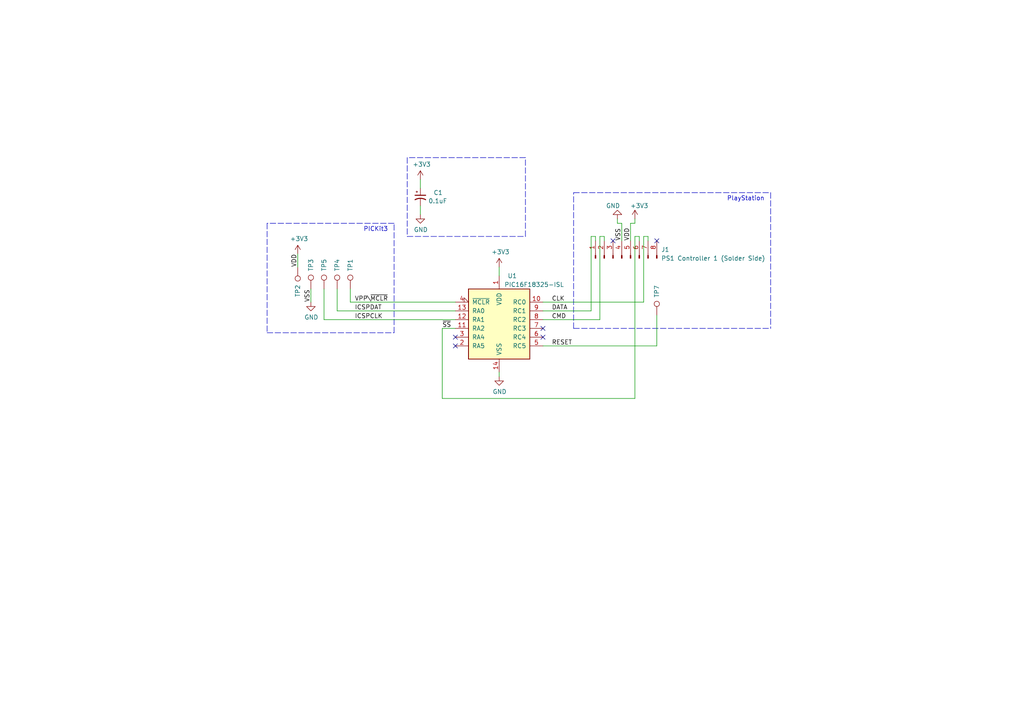
<source format=kicad_sch>
(kicad_sch
	(version 20231120)
	(generator "eeschema")
	(generator_version "8.0")
	(uuid "8898bace-efc6-4b43-b147-368901e770d1")
	(paper "A4")
	(lib_symbols
		(symbol "Connector:TestPoint"
			(pin_numbers hide)
			(pin_names
				(offset 0.762) hide)
			(exclude_from_sim no)
			(in_bom yes)
			(on_board yes)
			(property "Reference" "TP"
				(at 0 6.858 0)
				(effects
					(font
						(size 1.27 1.27)
					)
				)
			)
			(property "Value" "TestPoint"
				(at 0 5.08 0)
				(effects
					(font
						(size 1.27 1.27)
					)
				)
			)
			(property "Footprint" ""
				(at 5.08 0 0)
				(effects
					(font
						(size 1.27 1.27)
					)
					(hide yes)
				)
			)
			(property "Datasheet" "~"
				(at 5.08 0 0)
				(effects
					(font
						(size 1.27 1.27)
					)
					(hide yes)
				)
			)
			(property "Description" "test point"
				(at 0 0 0)
				(effects
					(font
						(size 1.27 1.27)
					)
					(hide yes)
				)
			)
			(property "ki_keywords" "test point tp"
				(at 0 0 0)
				(effects
					(font
						(size 1.27 1.27)
					)
					(hide yes)
				)
			)
			(property "ki_fp_filters" "Pin* Test*"
				(at 0 0 0)
				(effects
					(font
						(size 1.27 1.27)
					)
					(hide yes)
				)
			)
			(symbol "TestPoint_0_1"
				(circle
					(center 0 3.302)
					(radius 0.762)
					(stroke
						(width 0)
						(type default)
					)
					(fill
						(type none)
					)
				)
			)
			(symbol "TestPoint_1_1"
				(pin passive line
					(at 0 0 90)
					(length 2.54)
					(name "1"
						(effects
							(font
								(size 1.27 1.27)
							)
						)
					)
					(number "1"
						(effects
							(font
								(size 1.27 1.27)
							)
						)
					)
				)
			)
		)
		(symbol "PS1-IGR JFT CTRLR TSSOP-rescue:+3.3V-power"
			(power)
			(pin_names
				(offset 0)
			)
			(exclude_from_sim no)
			(in_bom yes)
			(on_board yes)
			(property "Reference" "#PWR"
				(at 0 -3.81 0)
				(effects
					(font
						(size 1.27 1.27)
					)
					(hide yes)
				)
			)
			(property "Value" "power_+3.3V"
				(at 0 3.556 0)
				(effects
					(font
						(size 1.27 1.27)
					)
				)
			)
			(property "Footprint" ""
				(at 0 0 0)
				(effects
					(font
						(size 1.27 1.27)
					)
					(hide yes)
				)
			)
			(property "Datasheet" ""
				(at 0 0 0)
				(effects
					(font
						(size 1.27 1.27)
					)
					(hide yes)
				)
			)
			(property "Description" ""
				(at 0 0 0)
				(effects
					(font
						(size 1.27 1.27)
					)
					(hide yes)
				)
			)
			(symbol "+3.3V-power_0_1"
				(polyline
					(pts
						(xy -0.762 1.27) (xy 0 2.54)
					)
					(stroke
						(width 0)
						(type solid)
					)
					(fill
						(type none)
					)
				)
				(polyline
					(pts
						(xy 0 0) (xy 0 2.54)
					)
					(stroke
						(width 0)
						(type solid)
					)
					(fill
						(type none)
					)
				)
				(polyline
					(pts
						(xy 0 2.54) (xy 0.762 1.27)
					)
					(stroke
						(width 0)
						(type solid)
					)
					(fill
						(type none)
					)
				)
			)
			(symbol "+3.3V-power_1_1"
				(pin power_in line
					(at 0 0 90)
					(length 0) hide
					(name "+3V3"
						(effects
							(font
								(size 1.27 1.27)
							)
						)
					)
					(number "1"
						(effects
							(font
								(size 1.27 1.27)
							)
						)
					)
				)
			)
		)
		(symbol "PS1-IGR JFT CTRLR TSSOP-rescue:Conn_01x08_Male-Connector"
			(pin_names
				(offset 1.016) hide)
			(exclude_from_sim no)
			(in_bom yes)
			(on_board yes)
			(property "Reference" "J"
				(at 0 10.16 0)
				(effects
					(font
						(size 1.27 1.27)
					)
				)
			)
			(property "Value" "Connector_Conn_01x08_Male"
				(at 0 -12.7 0)
				(effects
					(font
						(size 1.27 1.27)
					)
				)
			)
			(property "Footprint" ""
				(at 0 0 0)
				(effects
					(font
						(size 1.27 1.27)
					)
					(hide yes)
				)
			)
			(property "Datasheet" ""
				(at 0 0 0)
				(effects
					(font
						(size 1.27 1.27)
					)
					(hide yes)
				)
			)
			(property "Description" ""
				(at 0 0 0)
				(effects
					(font
						(size 1.27 1.27)
					)
					(hide yes)
				)
			)
			(property "ki_fp_filters" "Connector*:*_1x??_*"
				(at 0 0 0)
				(effects
					(font
						(size 1.27 1.27)
					)
					(hide yes)
				)
			)
			(symbol "Conn_01x08_Male-Connector_1_1"
				(polyline
					(pts
						(xy 1.27 -10.16) (xy 0.8636 -10.16)
					)
					(stroke
						(width 0.1524)
						(type solid)
					)
					(fill
						(type none)
					)
				)
				(polyline
					(pts
						(xy 1.27 -7.62) (xy 0.8636 -7.62)
					)
					(stroke
						(width 0.1524)
						(type solid)
					)
					(fill
						(type none)
					)
				)
				(polyline
					(pts
						(xy 1.27 -5.08) (xy 0.8636 -5.08)
					)
					(stroke
						(width 0.1524)
						(type solid)
					)
					(fill
						(type none)
					)
				)
				(polyline
					(pts
						(xy 1.27 -2.54) (xy 0.8636 -2.54)
					)
					(stroke
						(width 0.1524)
						(type solid)
					)
					(fill
						(type none)
					)
				)
				(polyline
					(pts
						(xy 1.27 0) (xy 0.8636 0)
					)
					(stroke
						(width 0.1524)
						(type solid)
					)
					(fill
						(type none)
					)
				)
				(polyline
					(pts
						(xy 1.27 2.54) (xy 0.8636 2.54)
					)
					(stroke
						(width 0.1524)
						(type solid)
					)
					(fill
						(type none)
					)
				)
				(polyline
					(pts
						(xy 1.27 5.08) (xy 0.8636 5.08)
					)
					(stroke
						(width 0.1524)
						(type solid)
					)
					(fill
						(type none)
					)
				)
				(polyline
					(pts
						(xy 1.27 7.62) (xy 0.8636 7.62)
					)
					(stroke
						(width 0.1524)
						(type solid)
					)
					(fill
						(type none)
					)
				)
				(rectangle
					(start 0.8636 -10.033)
					(end 0 -10.287)
					(stroke
						(width 0.1524)
						(type solid)
					)
					(fill
						(type outline)
					)
				)
				(rectangle
					(start 0.8636 -7.493)
					(end 0 -7.747)
					(stroke
						(width 0.1524)
						(type solid)
					)
					(fill
						(type outline)
					)
				)
				(rectangle
					(start 0.8636 -4.953)
					(end 0 -5.207)
					(stroke
						(width 0.1524)
						(type solid)
					)
					(fill
						(type outline)
					)
				)
				(rectangle
					(start 0.8636 -2.413)
					(end 0 -2.667)
					(stroke
						(width 0.1524)
						(type solid)
					)
					(fill
						(type outline)
					)
				)
				(rectangle
					(start 0.8636 0.127)
					(end 0 -0.127)
					(stroke
						(width 0.1524)
						(type solid)
					)
					(fill
						(type outline)
					)
				)
				(rectangle
					(start 0.8636 2.667)
					(end 0 2.413)
					(stroke
						(width 0.1524)
						(type solid)
					)
					(fill
						(type outline)
					)
				)
				(rectangle
					(start 0.8636 5.207)
					(end 0 4.953)
					(stroke
						(width 0.1524)
						(type solid)
					)
					(fill
						(type outline)
					)
				)
				(rectangle
					(start 0.8636 7.747)
					(end 0 7.493)
					(stroke
						(width 0.1524)
						(type solid)
					)
					(fill
						(type outline)
					)
				)
				(pin passive line
					(at 5.08 7.62 180)
					(length 3.81)
					(name "Pin_1"
						(effects
							(font
								(size 1.27 1.27)
							)
						)
					)
					(number "1"
						(effects
							(font
								(size 1.27 1.27)
							)
						)
					)
				)
				(pin passive line
					(at 5.08 5.08 180)
					(length 3.81)
					(name "Pin_2"
						(effects
							(font
								(size 1.27 1.27)
							)
						)
					)
					(number "2"
						(effects
							(font
								(size 1.27 1.27)
							)
						)
					)
				)
				(pin passive line
					(at 5.08 2.54 180)
					(length 3.81)
					(name "Pin_3"
						(effects
							(font
								(size 1.27 1.27)
							)
						)
					)
					(number "3"
						(effects
							(font
								(size 1.27 1.27)
							)
						)
					)
				)
				(pin passive line
					(at 5.08 0 180)
					(length 3.81)
					(name "Pin_4"
						(effects
							(font
								(size 1.27 1.27)
							)
						)
					)
					(number "4"
						(effects
							(font
								(size 1.27 1.27)
							)
						)
					)
				)
				(pin passive line
					(at 5.08 -2.54 180)
					(length 3.81)
					(name "Pin_5"
						(effects
							(font
								(size 1.27 1.27)
							)
						)
					)
					(number "5"
						(effects
							(font
								(size 1.27 1.27)
							)
						)
					)
				)
				(pin passive line
					(at 5.08 -5.08 180)
					(length 3.81)
					(name "Pin_6"
						(effects
							(font
								(size 1.27 1.27)
							)
						)
					)
					(number "6"
						(effects
							(font
								(size 1.27 1.27)
							)
						)
					)
				)
				(pin passive line
					(at 5.08 -7.62 180)
					(length 3.81)
					(name "Pin_7"
						(effects
							(font
								(size 1.27 1.27)
							)
						)
					)
					(number "7"
						(effects
							(font
								(size 1.27 1.27)
							)
						)
					)
				)
				(pin passive line
					(at 5.08 -10.16 180)
					(length 3.81)
					(name "Pin_8"
						(effects
							(font
								(size 1.27 1.27)
							)
						)
					)
					(number "8"
						(effects
							(font
								(size 1.27 1.27)
							)
						)
					)
				)
			)
		)
		(symbol "PS1-IGR JFT CTRLR TSSOP-rescue:GND-power"
			(power)
			(pin_names
				(offset 0)
			)
			(exclude_from_sim no)
			(in_bom yes)
			(on_board yes)
			(property "Reference" "#PWR"
				(at 0 -6.35 0)
				(effects
					(font
						(size 1.27 1.27)
					)
					(hide yes)
				)
			)
			(property "Value" "power_GND"
				(at 0 -3.81 0)
				(effects
					(font
						(size 1.27 1.27)
					)
				)
			)
			(property "Footprint" ""
				(at 0 0 0)
				(effects
					(font
						(size 1.27 1.27)
					)
					(hide yes)
				)
			)
			(property "Datasheet" ""
				(at 0 0 0)
				(effects
					(font
						(size 1.27 1.27)
					)
					(hide yes)
				)
			)
			(property "Description" ""
				(at 0 0 0)
				(effects
					(font
						(size 1.27 1.27)
					)
					(hide yes)
				)
			)
			(symbol "GND-power_0_1"
				(polyline
					(pts
						(xy 0 0) (xy 0 -1.27) (xy 1.27 -1.27) (xy 0 -2.54) (xy -1.27 -1.27) (xy 0 -1.27)
					)
					(stroke
						(width 0)
						(type solid)
					)
					(fill
						(type none)
					)
				)
			)
			(symbol "GND-power_1_1"
				(pin power_in line
					(at 0 0 270)
					(length 0) hide
					(name "GND"
						(effects
							(font
								(size 1.27 1.27)
							)
						)
					)
					(number "1"
						(effects
							(font
								(size 1.27 1.27)
							)
						)
					)
				)
			)
		)
		(symbol "PlayStation-1-Reset-Mod-rescue:C_Polarized_Small_US-Device"
			(pin_numbers hide)
			(pin_names
				(offset 0.254) hide)
			(exclude_from_sim no)
			(in_bom yes)
			(on_board yes)
			(property "Reference" "C"
				(at 0.254 1.778 0)
				(effects
					(font
						(size 1.27 1.27)
					)
					(justify left)
				)
			)
			(property "Value" "C_Polarized_Small_US-Device"
				(at 0.254 -2.032 0)
				(effects
					(font
						(size 1.27 1.27)
					)
					(justify left)
				)
			)
			(property "Footprint" ""
				(at 0 0 0)
				(effects
					(font
						(size 1.27 1.27)
					)
					(hide yes)
				)
			)
			(property "Datasheet" ""
				(at 0 0 0)
				(effects
					(font
						(size 1.27 1.27)
					)
					(hide yes)
				)
			)
			(property "Description" ""
				(at 0 0 0)
				(effects
					(font
						(size 1.27 1.27)
					)
					(hide yes)
				)
			)
			(property "ki_fp_filters" "CP_*"
				(at 0 0 0)
				(effects
					(font
						(size 1.27 1.27)
					)
					(hide yes)
				)
			)
			(symbol "C_Polarized_Small_US-Device_0_1"
				(polyline
					(pts
						(xy -1.524 0.508) (xy 1.524 0.508)
					)
					(stroke
						(width 0.3048)
						(type solid)
					)
					(fill
						(type none)
					)
				)
				(polyline
					(pts
						(xy -1.27 1.524) (xy -0.762 1.524)
					)
					(stroke
						(width 0)
						(type solid)
					)
					(fill
						(type none)
					)
				)
				(polyline
					(pts
						(xy -1.016 1.27) (xy -1.016 1.778)
					)
					(stroke
						(width 0)
						(type solid)
					)
					(fill
						(type none)
					)
				)
				(arc
					(start 1.524 -0.762)
					(mid 0 -0.3734)
					(end -1.524 -0.762)
					(stroke
						(width 0.3048)
						(type solid)
					)
					(fill
						(type none)
					)
				)
			)
			(symbol "C_Polarized_Small_US-Device_1_1"
				(pin passive line
					(at 0 2.54 270)
					(length 2.032)
					(name "~"
						(effects
							(font
								(size 1.27 1.27)
							)
						)
					)
					(number "1"
						(effects
							(font
								(size 1.27 1.27)
							)
						)
					)
				)
				(pin passive line
					(at 0 -2.54 90)
					(length 2.032)
					(name "~"
						(effects
							(font
								(size 1.27 1.27)
							)
						)
					)
					(number "2"
						(effects
							(font
								(size 1.27 1.27)
							)
						)
					)
				)
			)
		)
		(symbol "PlayStation-1-Reset-Mod:PIC16F18325-ISL"
			(pin_names
				(offset 1.016)
			)
			(exclude_from_sim no)
			(in_bom yes)
			(on_board yes)
			(property "Reference" "U"
				(at 5.08 12.7 0)
				(effects
					(font
						(size 1.27 1.27)
					)
				)
			)
			(property "Value" "PIC16F18325-ISL"
				(at -12.7 12.7 0)
				(effects
					(font
						(size 1.27 1.27)
					)
				)
			)
			(property "Footprint" "Package_SO:SOIC-14_3.9x8.7mm_P1.27mm"
				(at 0 -27.94 0)
				(effects
					(font
						(size 1.27 1.27)
					)
					(hide yes)
				)
			)
			(property "Datasheet" ""
				(at 0 0 0)
				(effects
					(font
						(size 1.27 1.27)
					)
					(hide yes)
				)
			)
			(property "Description" ""
				(at 0 0 0)
				(effects
					(font
						(size 1.27 1.27)
					)
					(hide yes)
				)
			)
			(symbol "PIC16F18325-ISL_1_1"
				(rectangle
					(start -8.89 11.43)
					(end 8.89 -8.89)
					(stroke
						(width 0.254)
						(type solid)
					)
					(fill
						(type background)
					)
				)
				(pin power_in line
					(at 0 15.24 270)
					(length 3.81)
					(name "VDD"
						(effects
							(font
								(size 1.27 1.27)
							)
						)
					)
					(number "1"
						(effects
							(font
								(size 1.27 1.27)
							)
						)
					)
				)
				(pin bidirectional line
					(at 12.7 7.62 180)
					(length 3.81)
					(name "RC0"
						(effects
							(font
								(size 1.27 1.27)
							)
						)
					)
					(number "10"
						(effects
							(font
								(size 1.27 1.27)
							)
						)
					)
				)
				(pin bidirectional line
					(at -12.7 0 0)
					(length 3.81)
					(name "RA2"
						(effects
							(font
								(size 1.27 1.27)
							)
						)
					)
					(number "11"
						(effects
							(font
								(size 1.27 1.27)
							)
						)
					)
				)
				(pin bidirectional line
					(at -12.7 2.54 0)
					(length 3.81)
					(name "RA1"
						(effects
							(font
								(size 1.27 1.27)
							)
						)
					)
					(number "12"
						(effects
							(font
								(size 1.27 1.27)
							)
						)
					)
				)
				(pin bidirectional line
					(at -12.7 5.08 0)
					(length 3.81)
					(name "RA0"
						(effects
							(font
								(size 1.27 1.27)
							)
						)
					)
					(number "13"
						(effects
							(font
								(size 1.27 1.27)
							)
						)
					)
				)
				(pin power_in line
					(at 0 -12.7 90)
					(length 3.81)
					(name "VSS"
						(effects
							(font
								(size 1.27 1.27)
							)
						)
					)
					(number "14"
						(effects
							(font
								(size 1.27 1.27)
							)
						)
					)
				)
				(pin bidirectional line
					(at -12.7 -5.08 0)
					(length 3.81)
					(name "RA5"
						(effects
							(font
								(size 1.27 1.27)
							)
						)
					)
					(number "2"
						(effects
							(font
								(size 1.27 1.27)
							)
						)
					)
				)
				(pin bidirectional line
					(at -12.7 -2.54 0)
					(length 3.81)
					(name "RA4"
						(effects
							(font
								(size 1.27 1.27)
							)
						)
					)
					(number "3"
						(effects
							(font
								(size 1.27 1.27)
							)
						)
					)
				)
				(pin input input_low
					(at -12.7 7.62 0)
					(length 3.81)
					(name "~{MCLR}"
						(effects
							(font
								(size 1.27 1.27)
							)
						)
					)
					(number "4"
						(effects
							(font
								(size 1.27 1.27)
							)
						)
					)
				)
				(pin bidirectional line
					(at 12.7 -5.08 180)
					(length 3.81)
					(name "RC5"
						(effects
							(font
								(size 1.27 1.27)
							)
						)
					)
					(number "5"
						(effects
							(font
								(size 1.27 1.27)
							)
						)
					)
				)
				(pin bidirectional line
					(at 12.7 -2.54 180)
					(length 3.81)
					(name "RC4"
						(effects
							(font
								(size 1.27 1.27)
							)
						)
					)
					(number "6"
						(effects
							(font
								(size 1.27 1.27)
							)
						)
					)
				)
				(pin bidirectional line
					(at 12.7 0 180)
					(length 3.81)
					(name "RC3"
						(effects
							(font
								(size 1.27 1.27)
							)
						)
					)
					(number "7"
						(effects
							(font
								(size 1.27 1.27)
							)
						)
					)
				)
				(pin bidirectional line
					(at 12.7 2.54 180)
					(length 3.81)
					(name "RC2"
						(effects
							(font
								(size 1.27 1.27)
							)
						)
					)
					(number "8"
						(effects
							(font
								(size 1.27 1.27)
							)
						)
					)
				)
				(pin bidirectional line
					(at 12.7 5.08 180)
					(length 3.81)
					(name "RC1"
						(effects
							(font
								(size 1.27 1.27)
							)
						)
					)
					(number "9"
						(effects
							(font
								(size 1.27 1.27)
							)
						)
					)
				)
			)
		)
	)
	(no_connect
		(at 157.48 95.25)
		(uuid "1c224178-59da-4cf1-beb5-8a69a4deb709")
	)
	(no_connect
		(at 190.5 69.85)
		(uuid "3cb292ad-c725-4f91-8f25-bdd9fee9b354")
	)
	(no_connect
		(at 157.48 97.79)
		(uuid "8b6199d9-b237-416b-824d-3686370e4174")
	)
	(no_connect
		(at 177.8 69.85)
		(uuid "b63c4efd-ae38-4f3f-9c8f-28f0f3b04d31")
	)
	(no_connect
		(at 132.08 97.79)
		(uuid "b9452f01-1662-4fa3-a794-5de7b972e7be")
	)
	(no_connect
		(at 132.08 100.33)
		(uuid "c4bc60ba-a574-47d9-a076-fd45fe94071b")
	)
	(wire
		(pts
			(xy 175.26 68.58) (xy 175.26 69.85)
		)
		(stroke
			(width 0)
			(type default)
		)
		(uuid "04a06954-8fca-4f4c-9dfe-0cedde446af6")
	)
	(polyline
		(pts
			(xy 166.37 55.88) (xy 223.52 55.88)
		)
		(stroke
			(width 0)
			(type dash)
		)
		(uuid "067731c9-e1ff-435d-b34f-abbf54f40477")
	)
	(wire
		(pts
			(xy 86.36 77.47) (xy 86.36 73.66)
		)
		(stroke
			(width 0)
			(type default)
		)
		(uuid "0cdeccc5-9ab0-4772-8580-740e8ef0ffe6")
	)
	(polyline
		(pts
			(xy 223.52 55.88) (xy 223.52 95.25)
		)
		(stroke
			(width 0)
			(type dash)
		)
		(uuid "0cff9101-bfc3-4d9b-952c-7088613f5983")
	)
	(wire
		(pts
			(xy 101.6 87.63) (xy 101.6 83.82)
		)
		(stroke
			(width 0)
			(type default)
		)
		(uuid "10ffabbb-849c-4018-bd01-0abde099666e")
	)
	(wire
		(pts
			(xy 185.42 68.58) (xy 184.15 68.58)
		)
		(stroke
			(width 0)
			(type default)
		)
		(uuid "163d439b-3fa2-4fda-aae7-387c516da8bb")
	)
	(wire
		(pts
			(xy 190.5 100.33) (xy 190.5 91.44)
		)
		(stroke
			(width 0)
			(type default)
		)
		(uuid "1ca522e8-46ee-4c4e-ab93-bd70f7b70650")
	)
	(wire
		(pts
			(xy 179.07 63.5) (xy 179.07 64.77)
		)
		(stroke
			(width 0)
			(type default)
		)
		(uuid "22cc504a-ea26-4698-9c21-c0395b3a1b0f")
	)
	(wire
		(pts
			(xy 173.99 92.71) (xy 173.99 68.58)
		)
		(stroke
			(width 0)
			(type default)
		)
		(uuid "2630e133-0c6c-4a5a-80c9-4140b1b56acb")
	)
	(wire
		(pts
			(xy 121.92 59.69) (xy 121.92 62.23)
		)
		(stroke
			(width 0)
			(type default)
		)
		(uuid "2f575725-3c6d-47db-9d08-67ba7842fb37")
	)
	(wire
		(pts
			(xy 157.48 87.63) (xy 186.69 87.63)
		)
		(stroke
			(width 0)
			(type default)
		)
		(uuid "38feaf51-ef86-42e4-9311-74af4d2f3f10")
	)
	(wire
		(pts
			(xy 179.07 64.77) (xy 180.34 64.77)
		)
		(stroke
			(width 0)
			(type default)
		)
		(uuid "3d7136df-750c-45a3-93ca-c43f2ad42fed")
	)
	(wire
		(pts
			(xy 185.42 69.85) (xy 185.42 68.58)
		)
		(stroke
			(width 0)
			(type default)
		)
		(uuid "4445b27b-ce84-4fe3-bada-d81370fb6ce5")
	)
	(polyline
		(pts
			(xy 118.11 45.72) (xy 118.11 68.58)
		)
		(stroke
			(width 0)
			(type dash)
		)
		(uuid "45dcc8d7-5b47-4398-9f07-74ec8646ea16")
	)
	(polyline
		(pts
			(xy 77.47 96.52) (xy 114.3 96.52)
		)
		(stroke
			(width 0)
			(type dash)
		)
		(uuid "48340b97-8b2d-4258-bb1a-8e3dd63745c8")
	)
	(wire
		(pts
			(xy 172.72 68.58) (xy 172.72 69.85)
		)
		(stroke
			(width 0)
			(type default)
		)
		(uuid "4ebc4fb7-56c2-4879-92ee-2ae603349a8a")
	)
	(polyline
		(pts
			(xy 118.11 68.58) (xy 152.4 68.58)
		)
		(stroke
			(width 0)
			(type dash)
		)
		(uuid "4f21f412-45da-4103-a97a-d48437acc5a1")
	)
	(polyline
		(pts
			(xy 77.47 64.77) (xy 77.47 96.52)
		)
		(stroke
			(width 0)
			(type dash)
		)
		(uuid "55a656a1-4c0f-466e-9351-c8440c256c44")
	)
	(wire
		(pts
			(xy 128.27 115.57) (xy 184.15 115.57)
		)
		(stroke
			(width 0)
			(type default)
		)
		(uuid "593637bc-3b8e-4642-8b97-8b11dbaff810")
	)
	(wire
		(pts
			(xy 184.15 64.77) (xy 182.88 64.77)
		)
		(stroke
			(width 0)
			(type default)
		)
		(uuid "5c448112-03a4-488c-a935-fb72e56d5bcb")
	)
	(wire
		(pts
			(xy 171.45 68.58) (xy 172.72 68.58)
		)
		(stroke
			(width 0)
			(type default)
		)
		(uuid "63d3355c-30f3-43ac-b6a1-587ceef24db9")
	)
	(wire
		(pts
			(xy 157.48 90.17) (xy 171.45 90.17)
		)
		(stroke
			(width 0)
			(type default)
		)
		(uuid "68a506f1-4007-4ca6-8f5d-183e64d400ce")
	)
	(wire
		(pts
			(xy 173.99 68.58) (xy 175.26 68.58)
		)
		(stroke
			(width 0)
			(type default)
		)
		(uuid "6a5c08c8-6534-444d-8b64-97650f8b2605")
	)
	(wire
		(pts
			(xy 182.88 64.77) (xy 182.88 69.85)
		)
		(stroke
			(width 0)
			(type default)
		)
		(uuid "71a093cc-7f82-44d2-8f19-09dd56e2e783")
	)
	(wire
		(pts
			(xy 97.79 90.17) (xy 97.79 83.82)
		)
		(stroke
			(width 0)
			(type default)
		)
		(uuid "74f3bb5a-540a-435f-afdc-c17e30dfd071")
	)
	(wire
		(pts
			(xy 144.78 77.47) (xy 144.78 80.01)
		)
		(stroke
			(width 0)
			(type default)
		)
		(uuid "75b8b22e-6ac9-4e61-97be-3b1f3d33b0b5")
	)
	(wire
		(pts
			(xy 93.98 92.71) (xy 93.98 83.82)
		)
		(stroke
			(width 0)
			(type default)
		)
		(uuid "81122364-48c0-49cb-b91c-f4d9136ef8da")
	)
	(wire
		(pts
			(xy 180.34 64.77) (xy 180.34 69.85)
		)
		(stroke
			(width 0)
			(type default)
		)
		(uuid "839ba7a2-123d-48d9-abe0-66b83eaf2e18")
	)
	(wire
		(pts
			(xy 144.78 109.22) (xy 144.78 107.95)
		)
		(stroke
			(width 0)
			(type default)
		)
		(uuid "88d0a3aa-fa30-45d4-bdd8-1ae01924dae7")
	)
	(wire
		(pts
			(xy 157.48 100.33) (xy 190.5 100.33)
		)
		(stroke
			(width 0)
			(type default)
		)
		(uuid "919440cb-640a-4843-a536-c6ed579511c8")
	)
	(wire
		(pts
			(xy 93.98 92.71) (xy 132.08 92.71)
		)
		(stroke
			(width 0)
			(type default)
		)
		(uuid "9774eede-21ae-4639-b2d7-da9333abc30f")
	)
	(wire
		(pts
			(xy 186.69 68.58) (xy 186.69 87.63)
		)
		(stroke
			(width 0)
			(type default)
		)
		(uuid "99242d9c-ff50-440d-8998-59bcf9078443")
	)
	(wire
		(pts
			(xy 132.08 95.25) (xy 128.27 95.25)
		)
		(stroke
			(width 0)
			(type default)
		)
		(uuid "a764928a-ecc4-46b1-852a-34acd4081862")
	)
	(wire
		(pts
			(xy 90.17 83.82) (xy 90.17 87.63)
		)
		(stroke
			(width 0)
			(type default)
		)
		(uuid "a7aaffbc-0eea-4646-966e-c0634f77722d")
	)
	(wire
		(pts
			(xy 187.96 68.58) (xy 186.69 68.58)
		)
		(stroke
			(width 0)
			(type default)
		)
		(uuid "a9ff8a70-fb09-436b-b900-3e2b1430bed3")
	)
	(wire
		(pts
			(xy 187.96 69.85) (xy 187.96 68.58)
		)
		(stroke
			(width 0)
			(type default)
		)
		(uuid "ac6ce175-e374-4504-b9b6-7faa8967ef1b")
	)
	(polyline
		(pts
			(xy 166.37 95.25) (xy 166.37 55.88)
		)
		(stroke
			(width 0)
			(type dash)
		)
		(uuid "b21c03c0-1cd1-4a8b-ab6a-c8c684ad83af")
	)
	(wire
		(pts
			(xy 171.45 68.58) (xy 171.45 90.17)
		)
		(stroke
			(width 0)
			(type default)
		)
		(uuid "bc1d8e31-4246-4b16-89a8-f12dffb107ea")
	)
	(polyline
		(pts
			(xy 114.3 96.52) (xy 114.3 64.77)
		)
		(stroke
			(width 0)
			(type dash)
		)
		(uuid "bf17b9dd-d653-48dc-b965-3ec129039c59")
	)
	(wire
		(pts
			(xy 184.15 68.58) (xy 184.15 115.57)
		)
		(stroke
			(width 0)
			(type default)
		)
		(uuid "ca456a7d-1b2f-4fe4-ada3-90bba3a77599")
	)
	(wire
		(pts
			(xy 184.15 63.5) (xy 184.15 64.77)
		)
		(stroke
			(width 0)
			(type default)
		)
		(uuid "d8535ac3-8348-449a-b724-11018d523ece")
	)
	(polyline
		(pts
			(xy 166.37 95.25) (xy 223.52 95.25)
		)
		(stroke
			(width 0)
			(type dash)
		)
		(uuid "e2a03e90-b99f-4db9-ac8f-cbd59590eb1a")
	)
	(polyline
		(pts
			(xy 152.4 68.58) (xy 152.4 45.72)
		)
		(stroke
			(width 0)
			(type dash)
		)
		(uuid "ea960160-5ea1-49ad-9260-47b9b940f6b9")
	)
	(polyline
		(pts
			(xy 114.3 64.77) (xy 77.47 64.77)
		)
		(stroke
			(width 0)
			(type dash)
		)
		(uuid "eb548704-58a5-4f48-8a09-3233afe57576")
	)
	(wire
		(pts
			(xy 101.6 87.63) (xy 132.08 87.63)
		)
		(stroke
			(width 0)
			(type default)
		)
		(uuid "f40853c2-064a-4405-ae9b-92484b217a35")
	)
	(wire
		(pts
			(xy 128.27 95.25) (xy 128.27 115.57)
		)
		(stroke
			(width 0)
			(type default)
		)
		(uuid "f4155b20-36a3-4e7b-a2e1-82fb967a2361")
	)
	(wire
		(pts
			(xy 157.48 92.71) (xy 173.99 92.71)
		)
		(stroke
			(width 0)
			(type default)
		)
		(uuid "f7dc7b9f-42ef-4280-9fca-b39db311cfca")
	)
	(wire
		(pts
			(xy 132.08 90.17) (xy 97.79 90.17)
		)
		(stroke
			(width 0)
			(type default)
		)
		(uuid "f8ef351b-146e-496b-947b-6d1a26d7a16b")
	)
	(wire
		(pts
			(xy 121.92 52.07) (xy 121.92 54.61)
		)
		(stroke
			(width 0)
			(type default)
		)
		(uuid "fbd10cb4-4c9c-46be-96c5-148349a4e497")
	)
	(polyline
		(pts
			(xy 152.4 45.72) (xy 118.11 45.72)
		)
		(stroke
			(width 0)
			(type dash)
		)
		(uuid "fe5d1749-5210-4d85-adb3-fd73a5b11188")
	)
	(text "PICKit3"
		(exclude_from_sim no)
		(at 105.41 67.31 0)
		(effects
			(font
				(size 1.27 1.27)
			)
			(justify left bottom)
		)
		(uuid "24877bf4-e8e3-479e-a137-a5e4de5f1202")
	)
	(text "PlayStation"
		(exclude_from_sim no)
		(at 210.82 58.42 0)
		(effects
			(font
				(size 1.27 1.27)
			)
			(justify left bottom)
		)
		(uuid "94dfb321-2082-4161-92ec-57625a3eec46")
	)
	(label "VSS"
		(at 180.34 69.85 90)
		(effects
			(font
				(size 1.27 1.27)
			)
			(justify left bottom)
		)
		(uuid "2059dc80-5631-41d1-aaed-089c36ff2702")
	)
	(label "VSS"
		(at 90.17 87.63 90)
		(effects
			(font
				(size 1.27 1.27)
			)
			(justify left bottom)
		)
		(uuid "292e5563-e4d1-423e-84d8-ed325b2e4faf")
	)
	(label "RESET"
		(at 160.02 100.33 0)
		(effects
			(font
				(size 1.27 1.27)
			)
			(justify left bottom)
		)
		(uuid "460d5877-1e0f-4224-9620-ef0a52b6c02c")
	)
	(label "DATA"
		(at 160.02 90.17 0)
		(effects
			(font
				(size 1.27 1.27)
			)
			(justify left bottom)
		)
		(uuid "49a7098d-1e66-4099-a348-2221efe21573")
	)
	(label "CLK"
		(at 160.02 87.63 0)
		(effects
			(font
				(size 1.27 1.27)
			)
			(justify left bottom)
		)
		(uuid "7ca9126e-be1f-401f-9933-ccfa8845fa84")
	)
	(label "ICSPCLK"
		(at 102.87 92.71 0)
		(effects
			(font
				(size 1.27 1.27)
			)
			(justify left bottom)
		)
		(uuid "9d462ead-a41a-438f-ae53-6522016f7740")
	)
	(label "VPP\\~{MCLR}"
		(at 102.87 87.63 0)
		(effects
			(font
				(size 1.27 1.27)
			)
			(justify left bottom)
		)
		(uuid "9f5f9df6-56b2-430c-a984-b5ffdb6c04ae")
	)
	(label "~{SS}"
		(at 128.27 95.25 0)
		(effects
			(font
				(size 1.27 1.27)
			)
			(justify left bottom)
		)
		(uuid "abaa6f00-adac-4065-8cc5-4a521d5d87e4")
	)
	(label "VDD"
		(at 182.88 69.85 90)
		(effects
			(font
				(size 1.27 1.27)
			)
			(justify left bottom)
		)
		(uuid "b1097aa0-3c67-469f-9ea1-336b945f34ef")
	)
	(label "CMD"
		(at 160.02 92.71 0)
		(effects
			(font
				(size 1.27 1.27)
			)
			(justify left bottom)
		)
		(uuid "cbcc64ac-01e8-41de-8db6-522db64d8ac4")
	)
	(label "VDD"
		(at 86.36 77.47 90)
		(effects
			(font
				(size 1.27 1.27)
			)
			(justify left bottom)
		)
		(uuid "db9b51f6-ea86-4d9a-9a05-2dc9b8b3413b")
	)
	(label "ICSPDAT"
		(at 102.87 90.17 0)
		(effects
			(font
				(size 1.27 1.27)
			)
			(justify left bottom)
		)
		(uuid "e2cff01d-488c-4ca8-b540-43f6ac90445c")
	)
	(symbol
		(lib_id "PS1-IGR JFT CTRLR TSSOP-rescue:GND-power")
		(at 144.78 109.22 0)
		(unit 1)
		(exclude_from_sim no)
		(in_bom yes)
		(on_board yes)
		(dnp no)
		(uuid "00000000-0000-0000-0000-00005da2790a")
		(property "Reference" "#PWR04"
			(at 144.78 115.57 0)
			(effects
				(font
					(size 1.27 1.27)
				)
				(hide yes)
			)
		)
		(property "Value" "GND"
			(at 144.907 113.6142 0)
			(effects
				(font
					(size 1.27 1.27)
				)
			)
		)
		(property "Footprint" ""
			(at 144.78 109.22 0)
			(effects
				(font
					(size 1.27 1.27)
				)
				(hide yes)
			)
		)
		(property "Datasheet" ""
			(at 144.78 109.22 0)
			(effects
				(font
					(size 1.27 1.27)
				)
				(hide yes)
			)
		)
		(property "Description" ""
			(at 144.78 109.22 0)
			(effects
				(font
					(size 1.27 1.27)
				)
				(hide yes)
			)
		)
		(pin "1"
			(uuid "5ba80ac3-2af5-40bc-b266-ba0445819b39")
		)
		(instances
			(project ""
				(path "/8898bace-efc6-4b43-b147-368901e770d1"
					(reference "#PWR04")
					(unit 1)
				)
			)
		)
	)
	(symbol
		(lib_id "PlayStation-1-Reset-Mod:PIC16F18325-ISL")
		(at 144.78 95.25 0)
		(unit 1)
		(exclude_from_sim no)
		(in_bom yes)
		(on_board yes)
		(dnp no)
		(uuid "00000000-0000-0000-0000-00005da28049")
		(property "Reference" "U1"
			(at 148.59 80.01 0)
			(effects
				(font
					(size 1.27 1.27)
				)
			)
		)
		(property "Value" "PIC16F18325-ISL"
			(at 154.94 82.55 0)
			(effects
				(font
					(size 1.27 1.27)
				)
			)
		)
		(property "Footprint" "PS1-IGR:TSSOP-14_4.4x5mm_Pitch0.65mm-JFT"
			(at 144.78 123.19 0)
			(effects
				(font
					(size 1.27 1.27)
				)
				(hide yes)
			)
		)
		(property "Datasheet" ""
			(at 144.78 95.25 0)
			(effects
				(font
					(size 1.27 1.27)
				)
				(hide yes)
			)
		)
		(property "Description" ""
			(at 144.78 95.25 0)
			(effects
				(font
					(size 1.27 1.27)
				)
				(hide yes)
			)
		)
		(pin "10"
			(uuid "c1be35a7-cc48-473a-bc50-75c99f9b41e9")
		)
		(pin "13"
			(uuid "cc6b828d-c4f4-4e73-86b2-0d786f0ba09e")
		)
		(pin "14"
			(uuid "51152517-8c38-4cf1-9c4f-ea621aa5b943")
		)
		(pin "11"
			(uuid "e4d89f21-3721-4e53-9179-c8388de43180")
		)
		(pin "2"
			(uuid "b0404911-a105-4230-bbcb-f1c48f6879bf")
		)
		(pin "3"
			(uuid "49477be4-fce3-48b8-a98c-307b0ae8be9f")
		)
		(pin "4"
			(uuid "48102c47-2565-421c-85c8-37d9f0e3e860")
		)
		(pin "5"
			(uuid "fbdcdf0e-d24c-4d47-a22a-0526dc5c4f09")
		)
		(pin "6"
			(uuid "34e7b707-5875-46fb-b29e-da0aba78593d")
		)
		(pin "7"
			(uuid "59e1ce2c-9ce4-454d-b3e0-5e52565ebc73")
		)
		(pin "8"
			(uuid "9a802b16-ce5d-41cf-b7ca-e8d5b3b2d730")
		)
		(pin "12"
			(uuid "43b0b710-6468-4746-ad71-32be6d7875ac")
		)
		(pin "1"
			(uuid "4ccf5033-e293-4e18-9e10-5fb18f68db25")
		)
		(pin "9"
			(uuid "540a8ff0-6901-4585-b984-6ba84a969a12")
		)
		(instances
			(project ""
				(path "/8898bace-efc6-4b43-b147-368901e770d1"
					(reference "U1")
					(unit 1)
				)
			)
		)
	)
	(symbol
		(lib_id "PS1-IGR JFT CTRLR TSSOP-rescue:+3.3V-power")
		(at 144.78 77.47 0)
		(unit 1)
		(exclude_from_sim no)
		(in_bom yes)
		(on_board yes)
		(dnp no)
		(uuid "00000000-0000-0000-0000-00005da29415")
		(property "Reference" "#PWR03"
			(at 144.78 81.28 0)
			(effects
				(font
					(size 1.27 1.27)
				)
				(hide yes)
			)
		)
		(property "Value" "+3V3"
			(at 145.161 73.0758 0)
			(effects
				(font
					(size 1.27 1.27)
				)
			)
		)
		(property "Footprint" ""
			(at 144.78 77.47 0)
			(effects
				(font
					(size 1.27 1.27)
				)
				(hide yes)
			)
		)
		(property "Datasheet" ""
			(at 144.78 77.47 0)
			(effects
				(font
					(size 1.27 1.27)
				)
				(hide yes)
			)
		)
		(property "Description" ""
			(at 144.78 77.47 0)
			(effects
				(font
					(size 1.27 1.27)
				)
				(hide yes)
			)
		)
		(pin "1"
			(uuid "3cea3e8f-f87c-44a0-af01-24525e73f1e1")
		)
		(instances
			(project ""
				(path "/8898bace-efc6-4b43-b147-368901e770d1"
					(reference "#PWR03")
					(unit 1)
				)
			)
		)
	)
	(symbol
		(lib_id "PS1-IGR JFT CTRLR TSSOP-rescue:+3.3V-power")
		(at 121.92 52.07 0)
		(unit 1)
		(exclude_from_sim no)
		(in_bom yes)
		(on_board yes)
		(dnp no)
		(uuid "00000000-0000-0000-0000-00005da2bbab")
		(property "Reference" "#PWR05"
			(at 121.92 55.88 0)
			(effects
				(font
					(size 1.27 1.27)
				)
				(hide yes)
			)
		)
		(property "Value" "+3V3"
			(at 122.301 47.6758 0)
			(effects
				(font
					(size 1.27 1.27)
				)
			)
		)
		(property "Footprint" ""
			(at 121.92 52.07 0)
			(effects
				(font
					(size 1.27 1.27)
				)
				(hide yes)
			)
		)
		(property "Datasheet" ""
			(at 121.92 52.07 0)
			(effects
				(font
					(size 1.27 1.27)
				)
				(hide yes)
			)
		)
		(property "Description" ""
			(at 121.92 52.07 0)
			(effects
				(font
					(size 1.27 1.27)
				)
				(hide yes)
			)
		)
		(pin "1"
			(uuid "077ee527-ba66-46fa-9cb8-95bd37453959")
		)
		(instances
			(project ""
				(path "/8898bace-efc6-4b43-b147-368901e770d1"
					(reference "#PWR05")
					(unit 1)
				)
			)
		)
	)
	(symbol
		(lib_id "PS1-IGR JFT CTRLR TSSOP-rescue:GND-power")
		(at 121.92 62.23 0)
		(unit 1)
		(exclude_from_sim no)
		(in_bom yes)
		(on_board yes)
		(dnp no)
		(uuid "00000000-0000-0000-0000-00005da2c059")
		(property "Reference" "#PWR06"
			(at 121.92 68.58 0)
			(effects
				(font
					(size 1.27 1.27)
				)
				(hide yes)
			)
		)
		(property "Value" "GND"
			(at 122.047 66.6242 0)
			(effects
				(font
					(size 1.27 1.27)
				)
			)
		)
		(property "Footprint" ""
			(at 121.92 62.23 0)
			(effects
				(font
					(size 1.27 1.27)
				)
				(hide yes)
			)
		)
		(property "Datasheet" ""
			(at 121.92 62.23 0)
			(effects
				(font
					(size 1.27 1.27)
				)
				(hide yes)
			)
		)
		(property "Description" ""
			(at 121.92 62.23 0)
			(effects
				(font
					(size 1.27 1.27)
				)
				(hide yes)
			)
		)
		(pin "1"
			(uuid "ab470d8f-7549-415d-9d54-f58f647968da")
		)
		(instances
			(project ""
				(path "/8898bace-efc6-4b43-b147-368901e770d1"
					(reference "#PWR06")
					(unit 1)
				)
			)
		)
	)
	(symbol
		(lib_id "PS1-IGR JFT CTRLR TSSOP-rescue:+3.3V-power")
		(at 86.36 73.66 0)
		(unit 1)
		(exclude_from_sim no)
		(in_bom yes)
		(on_board yes)
		(dnp no)
		(uuid "00000000-0000-0000-0000-00005da328e1")
		(property "Reference" "#PWR01"
			(at 86.36 77.47 0)
			(effects
				(font
					(size 1.27 1.27)
				)
				(hide yes)
			)
		)
		(property "Value" "+3V3"
			(at 86.741 69.2658 0)
			(effects
				(font
					(size 1.27 1.27)
				)
			)
		)
		(property "Footprint" ""
			(at 86.36 73.66 0)
			(effects
				(font
					(size 1.27 1.27)
				)
				(hide yes)
			)
		)
		(property "Datasheet" ""
			(at 86.36 73.66 0)
			(effects
				(font
					(size 1.27 1.27)
				)
				(hide yes)
			)
		)
		(property "Description" ""
			(at 86.36 73.66 0)
			(effects
				(font
					(size 1.27 1.27)
				)
				(hide yes)
			)
		)
		(pin "1"
			(uuid "0bd7a8e5-55a5-4baf-859f-6baa0d9c6537")
		)
		(instances
			(project ""
				(path "/8898bace-efc6-4b43-b147-368901e770d1"
					(reference "#PWR01")
					(unit 1)
				)
			)
		)
	)
	(symbol
		(lib_id "PS1-IGR JFT CTRLR TSSOP-rescue:GND-power")
		(at 90.17 87.63 0)
		(unit 1)
		(exclude_from_sim no)
		(in_bom yes)
		(on_board yes)
		(dnp no)
		(uuid "00000000-0000-0000-0000-00005da33130")
		(property "Reference" "#PWR02"
			(at 90.17 93.98 0)
			(effects
				(font
					(size 1.27 1.27)
				)
				(hide yes)
			)
		)
		(property "Value" "GND"
			(at 90.297 92.0242 0)
			(effects
				(font
					(size 1.27 1.27)
				)
			)
		)
		(property "Footprint" ""
			(at 90.17 87.63 0)
			(effects
				(font
					(size 1.27 1.27)
				)
				(hide yes)
			)
		)
		(property "Datasheet" ""
			(at 90.17 87.63 0)
			(effects
				(font
					(size 1.27 1.27)
				)
				(hide yes)
			)
		)
		(property "Description" ""
			(at 90.17 87.63 0)
			(effects
				(font
					(size 1.27 1.27)
				)
				(hide yes)
			)
		)
		(pin "1"
			(uuid "a6ecc5a5-a5cb-4ac6-bb9a-ef75decddf8f")
		)
		(instances
			(project ""
				(path "/8898bace-efc6-4b43-b147-368901e770d1"
					(reference "#PWR02")
					(unit 1)
				)
			)
		)
	)
	(symbol
		(lib_id "Connector:TestPoint")
		(at 101.6 83.82 0)
		(unit 1)
		(exclude_from_sim no)
		(in_bom yes)
		(on_board yes)
		(dnp no)
		(uuid "00000000-0000-0000-0000-00005da646d5")
		(property "Reference" "TP1"
			(at 101.6 78.74 90)
			(effects
				(font
					(size 1.27 1.27)
				)
				(justify left)
			)
		)
		(property "Value" "VPP"
			(at 103.0732 83.1342 0)
			(effects
				(font
					(size 1.27 1.27)
				)
				(justify left)
				(hide yes)
			)
		)
		(property "Footprint" "PS1-IGR:TestPoint_Pad_NoSilk_D1.0mm"
			(at 106.68 83.82 0)
			(effects
				(font
					(size 1.27 1.27)
				)
				(hide yes)
			)
		)
		(property "Datasheet" "~"
			(at 106.68 83.82 0)
			(effects
				(font
					(size 1.27 1.27)
				)
				(hide yes)
			)
		)
		(property "Description" ""
			(at 101.6 83.82 0)
			(effects
				(font
					(size 1.27 1.27)
				)
				(hide yes)
			)
		)
		(pin "1"
			(uuid "13e23c0d-5935-44cc-b5d9-57da15916230")
		)
		(instances
			(project ""
				(path "/8898bace-efc6-4b43-b147-368901e770d1"
					(reference "TP1")
					(unit 1)
				)
			)
		)
	)
	(symbol
		(lib_id "Connector:TestPoint")
		(at 97.79 83.82 0)
		(unit 1)
		(exclude_from_sim no)
		(in_bom yes)
		(on_board yes)
		(dnp no)
		(uuid "00000000-0000-0000-0000-00005da65166")
		(property "Reference" "TP4"
			(at 97.79 78.74 90)
			(effects
				(font
					(size 1.27 1.27)
				)
				(justify left)
			)
		)
		(property "Value" "DAT"
			(at 99.2632 83.1342 0)
			(effects
				(font
					(size 1.27 1.27)
				)
				(justify left)
				(hide yes)
			)
		)
		(property "Footprint" "PS1-IGR:TestPoint_Pad_NoSilk_D1.0mm"
			(at 102.87 83.82 0)
			(effects
				(font
					(size 1.27 1.27)
				)
				(hide yes)
			)
		)
		(property "Datasheet" "~"
			(at 102.87 83.82 0)
			(effects
				(font
					(size 1.27 1.27)
				)
				(hide yes)
			)
		)
		(property "Description" ""
			(at 97.79 83.82 0)
			(effects
				(font
					(size 1.27 1.27)
				)
				(hide yes)
			)
		)
		(pin "1"
			(uuid "326ad354-6994-43f6-9fde-d1c0ace04bdb")
		)
		(instances
			(project ""
				(path "/8898bace-efc6-4b43-b147-368901e770d1"
					(reference "TP4")
					(unit 1)
				)
			)
		)
	)
	(symbol
		(lib_id "Connector:TestPoint")
		(at 93.98 83.82 0)
		(unit 1)
		(exclude_from_sim no)
		(in_bom yes)
		(on_board yes)
		(dnp no)
		(uuid "00000000-0000-0000-0000-00005da652eb")
		(property "Reference" "TP5"
			(at 93.98 78.74 90)
			(effects
				(font
					(size 1.27 1.27)
				)
				(justify left)
			)
		)
		(property "Value" "CLK"
			(at 95.4532 83.1342 0)
			(effects
				(font
					(size 1.27 1.27)
				)
				(justify left)
				(hide yes)
			)
		)
		(property "Footprint" "PS1-IGR:TestPoint_Pad_NoSilk_D1.0mm"
			(at 99.06 83.82 0)
			(effects
				(font
					(size 1.27 1.27)
				)
				(hide yes)
			)
		)
		(property "Datasheet" "~"
			(at 99.06 83.82 0)
			(effects
				(font
					(size 1.27 1.27)
				)
				(hide yes)
			)
		)
		(property "Description" ""
			(at 93.98 83.82 0)
			(effects
				(font
					(size 1.27 1.27)
				)
				(hide yes)
			)
		)
		(pin "1"
			(uuid "98376f96-0b23-45fd-aad3-ad8baec49e77")
		)
		(instances
			(project ""
				(path "/8898bace-efc6-4b43-b147-368901e770d1"
					(reference "TP5")
					(unit 1)
				)
			)
		)
	)
	(symbol
		(lib_id "Connector:TestPoint")
		(at 86.36 77.47 180)
		(unit 1)
		(exclude_from_sim no)
		(in_bom yes)
		(on_board yes)
		(dnp no)
		(uuid "00000000-0000-0000-0000-00005da6550a")
		(property "Reference" "TP2"
			(at 86.36 82.55 90)
			(effects
				(font
					(size 1.27 1.27)
				)
				(justify left)
			)
		)
		(property "Value" "VDD"
			(at 84.8868 78.1558 0)
			(effects
				(font
					(size 1.27 1.27)
				)
				(justify left)
				(hide yes)
			)
		)
		(property "Footprint" "PS1-IGR:TestPoint_Pad_NoSilk_D1.0mm"
			(at 81.28 77.47 0)
			(effects
				(font
					(size 1.27 1.27)
				)
				(hide yes)
			)
		)
		(property "Datasheet" "~"
			(at 81.28 77.47 0)
			(effects
				(font
					(size 1.27 1.27)
				)
				(hide yes)
			)
		)
		(property "Description" ""
			(at 86.36 77.47 0)
			(effects
				(font
					(size 1.27 1.27)
				)
				(hide yes)
			)
		)
		(pin "1"
			(uuid "10c33e6f-7c2f-4bb0-9277-3e1bf2f5e37e")
		)
		(instances
			(project ""
				(path "/8898bace-efc6-4b43-b147-368901e770d1"
					(reference "TP2")
					(unit 1)
				)
			)
		)
	)
	(symbol
		(lib_id "Connector:TestPoint")
		(at 90.17 83.82 0)
		(unit 1)
		(exclude_from_sim no)
		(in_bom yes)
		(on_board yes)
		(dnp no)
		(uuid "00000000-0000-0000-0000-00005da656b7")
		(property "Reference" "TP3"
			(at 90.17 78.74 90)
			(effects
				(font
					(size 1.27 1.27)
				)
				(justify left)
			)
		)
		(property "Value" "VSS"
			(at 91.6432 83.1342 0)
			(effects
				(font
					(size 1.27 1.27)
				)
				(justify left)
				(hide yes)
			)
		)
		(property "Footprint" "PS1-IGR:TestPoint_Pad_NoSilk_D1.0mm"
			(at 95.25 83.82 0)
			(effects
				(font
					(size 1.27 1.27)
				)
				(hide yes)
			)
		)
		(property "Datasheet" "~"
			(at 95.25 83.82 0)
			(effects
				(font
					(size 1.27 1.27)
				)
				(hide yes)
			)
		)
		(property "Description" ""
			(at 90.17 83.82 0)
			(effects
				(font
					(size 1.27 1.27)
				)
				(hide yes)
			)
		)
		(pin "1"
			(uuid "5c7f7090-f5da-4bd4-a3f0-71681b4f958e")
		)
		(instances
			(project ""
				(path "/8898bace-efc6-4b43-b147-368901e770d1"
					(reference "TP3")
					(unit 1)
				)
			)
		)
	)
	(symbol
		(lib_id "PS1-IGR JFT CTRLR TSSOP-rescue:+3.3V-power")
		(at 184.15 63.5 0)
		(unit 1)
		(exclude_from_sim no)
		(in_bom yes)
		(on_board yes)
		(dnp no)
		(uuid "00000000-0000-0000-0000-00005dab3abc")
		(property "Reference" "#PWR0101"
			(at 184.15 67.31 0)
			(effects
				(font
					(size 1.27 1.27)
				)
				(hide yes)
			)
		)
		(property "Value" "+3V3"
			(at 185.42 59.69 0)
			(effects
				(font
					(size 1.27 1.27)
				)
			)
		)
		(property "Footprint" ""
			(at 184.15 63.5 0)
			(effects
				(font
					(size 1.27 1.27)
				)
				(hide yes)
			)
		)
		(property "Datasheet" ""
			(at 184.15 63.5 0)
			(effects
				(font
					(size 1.27 1.27)
				)
				(hide yes)
			)
		)
		(property "Description" ""
			(at 184.15 63.5 0)
			(effects
				(font
					(size 1.27 1.27)
				)
				(hide yes)
			)
		)
		(pin "1"
			(uuid "e2505510-9bcc-44f5-a8fa-d2ece8e38446")
		)
		(instances
			(project ""
				(path "/8898bace-efc6-4b43-b147-368901e770d1"
					(reference "#PWR0101")
					(unit 1)
				)
			)
		)
	)
	(symbol
		(lib_id "PS1-IGR JFT CTRLR TSSOP-rescue:GND-power")
		(at 179.07 63.5 180)
		(unit 1)
		(exclude_from_sim no)
		(in_bom yes)
		(on_board yes)
		(dnp no)
		(uuid "00000000-0000-0000-0000-00005dab41bd")
		(property "Reference" "#PWR0102"
			(at 179.07 57.15 0)
			(effects
				(font
					(size 1.27 1.27)
				)
				(hide yes)
			)
		)
		(property "Value" "GND"
			(at 177.8 59.69 0)
			(effects
				(font
					(size 1.27 1.27)
				)
			)
		)
		(property "Footprint" ""
			(at 179.07 63.5 0)
			(effects
				(font
					(size 1.27 1.27)
				)
				(hide yes)
			)
		)
		(property "Datasheet" ""
			(at 179.07 63.5 0)
			(effects
				(font
					(size 1.27 1.27)
				)
				(hide yes)
			)
		)
		(property "Description" ""
			(at 179.07 63.5 0)
			(effects
				(font
					(size 1.27 1.27)
				)
				(hide yes)
			)
		)
		(pin "1"
			(uuid "f16a9532-c345-4e70-a47e-d681566db656")
		)
		(instances
			(project ""
				(path "/8898bace-efc6-4b43-b147-368901e770d1"
					(reference "#PWR0102")
					(unit 1)
				)
			)
		)
	)
	(symbol
		(lib_id "PlayStation-1-Reset-Mod-rescue:C_Polarized_Small_US-Device")
		(at 121.92 57.15 0)
		(unit 1)
		(exclude_from_sim no)
		(in_bom yes)
		(on_board yes)
		(dnp no)
		(uuid "00000000-0000-0000-0000-00005daba497")
		(property "Reference" "C1"
			(at 125.73 55.88 0)
			(effects
				(font
					(size 1.27 1.27)
				)
				(justify left)
			)
		)
		(property "Value" "0.1uF"
			(at 124.2314 58.293 0)
			(effects
				(font
					(size 1.27 1.27)
				)
				(justify left)
			)
		)
		(property "Footprint" "PS1-IGR:R_0603_0.8mm"
			(at 121.92 57.15 0)
			(effects
				(font
					(size 1.27 1.27)
				)
				(hide yes)
			)
		)
		(property "Datasheet" "~"
			(at 121.92 57.15 0)
			(effects
				(font
					(size 1.27 1.27)
				)
				(hide yes)
			)
		)
		(property "Description" ""
			(at 121.92 57.15 0)
			(effects
				(font
					(size 1.27 1.27)
				)
				(hide yes)
			)
		)
		(pin "2"
			(uuid "ddba1398-e0a2-471d-93b4-a9320c1db940")
		)
		(pin "1"
			(uuid "82357cef-0c50-4537-8fb9-1358d825834c")
		)
		(instances
			(project ""
				(path "/8898bace-efc6-4b43-b147-368901e770d1"
					(reference "C1")
					(unit 1)
				)
			)
		)
	)
	(symbol
		(lib_id "PS1-IGR JFT CTRLR TSSOP-rescue:Conn_01x08_Male-Connector")
		(at 180.34 74.93 90)
		(unit 1)
		(exclude_from_sim no)
		(in_bom yes)
		(on_board yes)
		(dnp no)
		(uuid "00000000-0000-0000-0000-000062626fb4")
		(property "Reference" "J1"
			(at 191.77 72.39 90)
			(effects
				(font
					(size 1.27 1.27)
				)
				(justify right)
			)
		)
		(property "Value" "PS1 Controller 1 (Solder Side)"
			(at 191.77 74.93 90)
			(effects
				(font
					(size 1.27 1.27)
				)
				(justify right)
			)
		)
		(property "Footprint" "PS1-IGR:PS1ControllerPort_SolderSide"
			(at 180.34 74.93 0)
			(effects
				(font
					(size 1.27 1.27)
				)
				(hide yes)
			)
		)
		(property "Datasheet" "~"
			(at 180.34 74.93 0)
			(effects
				(font
					(size 1.27 1.27)
				)
				(hide yes)
			)
		)
		(property "Description" ""
			(at 180.34 74.93 0)
			(effects
				(font
					(size 1.27 1.27)
				)
				(hide yes)
			)
		)
		(pin "4"
			(uuid "151cb3c3-7239-42fa-9cfb-4f5444019800")
		)
		(pin "6"
			(uuid "b157191e-ae5d-47dc-b268-81ca349f7028")
		)
		(pin "1"
			(uuid "f0263ccd-2327-4f47-900a-ff24ed5c0664")
		)
		(pin "3"
			(uuid "4eabe9d9-0053-4bb3-954d-eed3a75a80fd")
		)
		(pin "7"
			(uuid "fd170bdd-2054-49a0-86dd-22c4bd4d4b11")
		)
		(pin "5"
			(uuid "a966fc61-2626-4ab5-abc4-d9d44f9f77c0")
		)
		(pin "2"
			(uuid "ccd1da76-88ff-4916-9587-07f2547c0d74")
		)
		(pin "8"
			(uuid "13fff911-bca2-4320-b14c-1a1e32da6b0a")
		)
		(instances
			(project ""
				(path "/8898bace-efc6-4b43-b147-368901e770d1"
					(reference "J1")
					(unit 1)
				)
			)
		)
	)
	(symbol
		(lib_id "Connector:TestPoint")
		(at 190.5 91.44 0)
		(unit 1)
		(exclude_from_sim no)
		(in_bom yes)
		(on_board yes)
		(dnp no)
		(uuid "00000000-0000-0000-0000-00006263d8d2")
		(property "Reference" "TP7"
			(at 190.5 86.36 90)
			(effects
				(font
					(size 1.27 1.27)
				)
				(justify left)
			)
		)
		(property "Value" "RST"
			(at 191.9732 90.7542 0)
			(effects
				(font
					(size 1.27 1.27)
				)
				(justify left)
				(hide yes)
			)
		)
		(property "Footprint" "PS1-IGR:Wirepad-2.54mm"
			(at 195.58 91.44 0)
			(effects
				(font
					(size 1.27 1.27)
				)
				(hide yes)
			)
		)
		(property "Datasheet" "~"
			(at 195.58 91.44 0)
			(effects
				(font
					(size 1.27 1.27)
				)
				(hide yes)
			)
		)
		(property "Description" ""
			(at 190.5 91.44 0)
			(effects
				(font
					(size 1.27 1.27)
				)
				(hide yes)
			)
		)
		(pin "1"
			(uuid "266742f7-2c80-41d2-859d-20d09493abc6")
		)
		(instances
			(project ""
				(path "/8898bace-efc6-4b43-b147-368901e770d1"
					(reference "TP7")
					(unit 1)
				)
			)
		)
	)
	(sheet_instances
		(path "/"
			(page "1")
		)
	)
)

</source>
